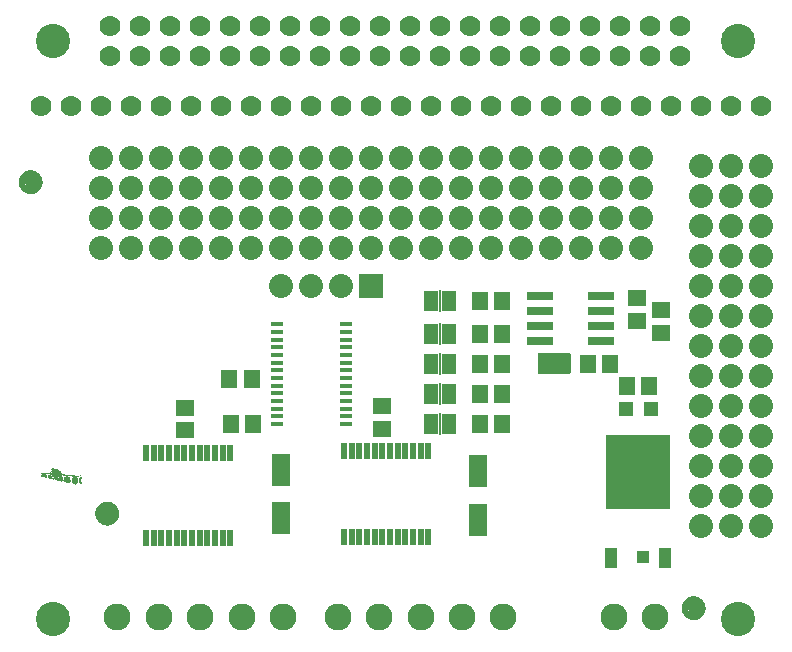
<source format=gbr>
G04 EAGLE Gerber RS-274X export*
G75*
%MOMM*%
%FSLAX34Y34*%
%LPD*%
%INSoldermask Top*%
%IPPOS*%
%AMOC8*
5,1,8,0,0,1.08239X$1,22.5*%
G01*
%ADD10C,2.901600*%
%ADD11C,1.778000*%
%ADD12R,2.301600X0.701600*%
%ADD13R,1.601600X1.401600*%
%ADD14R,1.401600X1.601600*%
%ADD15R,1.270000X1.701800*%
%ADD16R,0.736600X0.304800*%
%ADD17R,0.025400X0.025400*%
%ADD18R,0.228600X0.025400*%
%ADD19R,0.355600X0.025400*%
%ADD20R,0.050800X0.025400*%
%ADD21R,0.406400X0.025400*%
%ADD22R,0.127000X0.025400*%
%ADD23R,0.457200X0.025400*%
%ADD24R,0.152400X0.025400*%
%ADD25R,0.482600X0.025400*%
%ADD26R,0.279400X0.025400*%
%ADD27R,0.508000X0.025400*%
%ADD28R,0.177800X0.025400*%
%ADD29R,0.431800X0.025400*%
%ADD30R,0.533400X0.025400*%
%ADD31R,0.203200X0.025400*%
%ADD32R,0.584200X0.025400*%
%ADD33R,0.558800X0.025400*%
%ADD34R,0.304800X0.025400*%
%ADD35R,0.609600X0.025400*%
%ADD36R,0.381000X0.025400*%
%ADD37R,0.330200X0.025400*%
%ADD38R,0.101600X0.025400*%
%ADD39R,0.254000X0.025400*%
%ADD40R,0.076200X0.025400*%
%ADD41R,0.501600X1.351600*%
%ADD42C,2.286000*%
%ADD43R,0.152400X1.828800*%
%ADD44R,1.501600X2.701600*%
%ADD45R,1.301600X1.301600*%
%ADD46R,5.501600X6.301600*%
%ADD47R,1.101600X1.701600*%
%ADD48R,1.092200X0.406400*%
%ADD49R,2.032000X2.032000*%
%ADD50C,2.032000*%
%ADD51C,1.101600*%
%ADD52C,0.500000*%
%ADD53R,1.108000X1.108000*%

G36*
X472558Y229886D02*
X472558Y229886D01*
X472677Y229893D01*
X472715Y229906D01*
X472756Y229911D01*
X472866Y229954D01*
X472979Y229991D01*
X473014Y230013D01*
X473051Y230028D01*
X473147Y230098D01*
X473248Y230161D01*
X473276Y230191D01*
X473309Y230214D01*
X473385Y230306D01*
X473466Y230393D01*
X473486Y230428D01*
X473511Y230459D01*
X473562Y230567D01*
X473620Y230671D01*
X473630Y230711D01*
X473647Y230747D01*
X473669Y230864D01*
X473699Y230979D01*
X473703Y231040D01*
X473707Y231060D01*
X473705Y231080D01*
X473709Y231140D01*
X473709Y246380D01*
X473694Y246498D01*
X473687Y246617D01*
X473674Y246655D01*
X473669Y246696D01*
X473626Y246806D01*
X473589Y246919D01*
X473567Y246954D01*
X473552Y246991D01*
X473483Y247087D01*
X473419Y247188D01*
X473389Y247216D01*
X473366Y247249D01*
X473274Y247325D01*
X473187Y247406D01*
X473152Y247426D01*
X473121Y247451D01*
X473013Y247502D01*
X472909Y247560D01*
X472869Y247570D01*
X472833Y247587D01*
X472716Y247609D01*
X472601Y247639D01*
X472541Y247643D01*
X472521Y247647D01*
X472500Y247645D01*
X472440Y247649D01*
X447040Y247649D01*
X446922Y247634D01*
X446803Y247627D01*
X446765Y247614D01*
X446724Y247609D01*
X446614Y247566D01*
X446501Y247529D01*
X446466Y247507D01*
X446429Y247492D01*
X446333Y247423D01*
X446232Y247359D01*
X446204Y247329D01*
X446171Y247306D01*
X446096Y247214D01*
X446014Y247127D01*
X445994Y247092D01*
X445969Y247061D01*
X445918Y246953D01*
X445860Y246849D01*
X445850Y246809D01*
X445833Y246773D01*
X445811Y246656D01*
X445781Y246541D01*
X445777Y246481D01*
X445773Y246461D01*
X445774Y246454D01*
X445773Y246452D01*
X445774Y246436D01*
X445771Y246380D01*
X445771Y231140D01*
X445786Y231022D01*
X445793Y230903D01*
X445806Y230865D01*
X445811Y230824D01*
X445854Y230714D01*
X445891Y230601D01*
X445913Y230566D01*
X445928Y230529D01*
X445998Y230433D01*
X446061Y230332D01*
X446091Y230304D01*
X446114Y230271D01*
X446206Y230196D01*
X446293Y230114D01*
X446328Y230094D01*
X446359Y230069D01*
X446467Y230018D01*
X446571Y229960D01*
X446611Y229950D01*
X446647Y229933D01*
X446764Y229911D01*
X446879Y229881D01*
X446940Y229877D01*
X446960Y229873D01*
X446980Y229875D01*
X447040Y229871D01*
X472440Y229871D01*
X472558Y229886D01*
G37*
D10*
X35000Y22300D03*
X35000Y512300D03*
X615000Y512300D03*
X615000Y22300D03*
D11*
X83700Y499600D03*
X83700Y525000D03*
X109100Y499600D03*
X109100Y525000D03*
X134500Y499600D03*
X134500Y525000D03*
X159900Y499600D03*
X159900Y525000D03*
X185300Y499600D03*
X185300Y525000D03*
X210700Y499600D03*
X210700Y525000D03*
X236100Y499600D03*
X236100Y525000D03*
X261500Y499600D03*
X261500Y525000D03*
X286900Y499600D03*
X286900Y525000D03*
X312300Y499600D03*
X312300Y525000D03*
X337700Y499600D03*
X337700Y525000D03*
X363100Y499600D03*
X363100Y525000D03*
X388500Y499600D03*
X388500Y525000D03*
X413900Y499600D03*
X413900Y525000D03*
X439300Y499600D03*
X439300Y525000D03*
X464700Y499600D03*
X464700Y525000D03*
X490100Y499600D03*
X490100Y525000D03*
X515500Y499600D03*
X515500Y525000D03*
X540900Y499600D03*
X540900Y525000D03*
X566300Y499600D03*
X566300Y525000D03*
X25400Y457200D03*
X50800Y457200D03*
X76200Y457200D03*
X101600Y457200D03*
X127000Y457200D03*
X152400Y457200D03*
X177800Y457200D03*
X203200Y457200D03*
X228600Y457200D03*
X254000Y457200D03*
X279400Y457200D03*
X304800Y457200D03*
X330200Y457200D03*
X355600Y457200D03*
X381000Y457200D03*
X406400Y457200D03*
X431800Y457200D03*
X457200Y457200D03*
X482600Y457200D03*
X508000Y457200D03*
X533400Y457200D03*
X558800Y457200D03*
X584200Y457200D03*
X609600Y457200D03*
X635000Y457200D03*
D12*
X447710Y283210D03*
X499710Y283210D03*
X447710Y295910D03*
X447710Y270510D03*
X447710Y257810D03*
X499710Y295910D03*
X499710Y270510D03*
X499710Y257810D03*
D13*
X549910Y264820D03*
X549910Y283820D03*
X529590Y274980D03*
X529590Y293980D03*
D14*
X488340Y238760D03*
X507340Y238760D03*
D15*
X452120Y238760D03*
X467360Y238760D03*
D16*
X459740Y238760D03*
D17*
X55118Y136398D03*
D18*
X54610Y136652D03*
D19*
X53975Y136906D03*
D20*
X59055Y136906D03*
D21*
X53975Y137160D03*
D22*
X58928Y137160D03*
D23*
X53975Y137414D03*
D24*
X58801Y137414D03*
X48895Y137668D03*
D25*
X54102Y137668D03*
D24*
X58801Y137668D03*
D26*
X48514Y137922D03*
D27*
X53975Y137922D03*
D28*
X58674Y137922D03*
D29*
X48006Y138176D03*
D30*
X54102Y138176D03*
D28*
X58674Y138176D03*
D30*
X47498Y138430D03*
X54102Y138430D03*
D31*
X58547Y138430D03*
D32*
X47498Y138684D03*
D30*
X54102Y138684D03*
D31*
X58547Y138684D03*
D20*
X42799Y138938D03*
D32*
X47498Y138938D03*
D33*
X53975Y138938D03*
D31*
X58547Y138938D03*
D28*
X42418Y139192D03*
D32*
X47498Y139192D03*
D33*
X53975Y139192D03*
D31*
X58547Y139192D03*
D34*
X42037Y139446D03*
D32*
X47498Y139446D03*
D33*
X53975Y139446D03*
D31*
X58547Y139446D03*
D29*
X41402Y139700D03*
D35*
X47371Y139700D03*
D30*
X54102Y139700D03*
D31*
X58547Y139700D03*
D33*
X41021Y139954D03*
D32*
X47498Y139954D03*
D30*
X54102Y139954D03*
D31*
X58547Y139954D03*
D32*
X40894Y140208D03*
X47498Y140208D03*
D27*
X53975Y140208D03*
D31*
X58547Y140208D03*
D20*
X36449Y140462D03*
D35*
X40767Y140462D03*
D32*
X47498Y140462D03*
D25*
X54102Y140462D03*
D31*
X58547Y140462D03*
D28*
X36068Y140716D03*
D25*
X41402Y140716D03*
D32*
X47498Y140716D03*
D23*
X53975Y140716D03*
D31*
X58547Y140716D03*
D18*
X35306Y140970D03*
D21*
X41783Y140970D03*
D30*
X47498Y140970D03*
D29*
X54102Y140970D03*
D28*
X58674Y140970D03*
X38100Y141224D03*
D26*
X34544Y141224D03*
D19*
X42037Y141224D03*
D30*
X47498Y141224D03*
D36*
X54102Y141224D03*
D28*
X58674Y141224D03*
D34*
X38227Y141478D03*
D37*
X33782Y141478D03*
X42164Y141478D03*
D25*
X47498Y141478D03*
D37*
X54102Y141478D03*
D24*
X58801Y141478D03*
D21*
X37973Y141732D03*
D36*
X33274Y141732D03*
D37*
X42164Y141732D03*
D29*
X47498Y141732D03*
D26*
X54102Y141732D03*
D24*
X58801Y141732D03*
D21*
X38227Y141986D03*
D20*
X30353Y141986D03*
D36*
X33274Y141986D03*
D24*
X42799Y141986D03*
D36*
X47498Y141986D03*
D28*
X54102Y141986D03*
D22*
X58928Y141986D03*
D21*
X37973Y142240D03*
D24*
X29845Y142240D03*
D19*
X33147Y142240D03*
D22*
X42926Y142240D03*
D37*
X47498Y142240D03*
D20*
X59055Y142240D03*
D23*
X37719Y142494D03*
D38*
X41275Y142494D03*
D39*
X29337Y142494D03*
D37*
X33020Y142494D03*
D40*
X42926Y142494D03*
D18*
X47498Y142494D03*
D25*
X37592Y142748D03*
D24*
X41275Y142748D03*
D19*
X28575Y142748D03*
D34*
X32893Y142748D03*
D17*
X42926Y142748D03*
D40*
X47498Y142748D03*
D23*
X37465Y143002D03*
D28*
X41402Y143002D03*
D29*
X53848Y143002D03*
D20*
X57785Y143002D03*
D23*
X28067Y143002D03*
D26*
X33020Y143002D03*
D23*
X37465Y143256D03*
D18*
X41402Y143256D03*
D32*
X51562Y143256D03*
D23*
X28067Y143256D03*
D39*
X33147Y143256D03*
D23*
X37211Y143510D03*
D18*
X41402Y143510D03*
D27*
X49149Y143510D03*
D17*
X58928Y143510D03*
D29*
X27940Y143510D03*
D18*
X33020Y143510D03*
D25*
X37084Y143764D03*
D39*
X41275Y143764D03*
D25*
X46990Y143764D03*
D21*
X28067Y143764D03*
D31*
X33147Y143764D03*
D25*
X36830Y144018D03*
D34*
X41275Y144018D03*
D21*
X45339Y144018D03*
D19*
X28067Y144018D03*
D24*
X33147Y144018D03*
D29*
X37084Y144272D03*
D34*
X41275Y144272D03*
D18*
X44450Y144272D03*
D34*
X28067Y144272D03*
D38*
X33401Y144272D03*
D29*
X36830Y144526D03*
D37*
X41148Y144526D03*
D20*
X43561Y144526D03*
D39*
X28067Y144526D03*
D20*
X33655Y144526D03*
D23*
X36703Y144780D03*
D19*
X41021Y144780D03*
D24*
X28067Y144780D03*
D23*
X36449Y145034D03*
D19*
X41021Y145034D03*
D17*
X26416Y145288D03*
X26924Y145288D03*
D31*
X32385Y145288D03*
D29*
X36322Y145288D03*
D36*
X40894Y145288D03*
D35*
X30353Y145542D03*
D36*
X36322Y145542D03*
X40640Y145542D03*
X36322Y145796D03*
D21*
X40513Y145796D03*
D36*
X36068Y146050D03*
D21*
X40513Y146050D03*
D19*
X35941Y146304D03*
D36*
X40132Y146304D03*
D17*
X42418Y146304D03*
X34036Y146558D03*
D37*
X36068Y146558D03*
D36*
X39878Y146558D03*
D34*
X35941Y146812D03*
D21*
X39751Y146812D03*
D34*
X35687Y147066D03*
D29*
X39624Y147066D03*
D26*
X35560Y147320D03*
D36*
X39116Y147320D03*
D17*
X41656Y147320D03*
D31*
X35687Y147574D03*
D21*
X38989Y147574D03*
D33*
X37465Y147828D03*
D17*
X40894Y147828D03*
D32*
X37338Y148082D03*
D27*
X36957Y148336D03*
D17*
X39878Y148336D03*
X34544Y148590D03*
D29*
X37084Y148590D03*
D17*
X39624Y148590D03*
D37*
X36576Y148844D03*
D20*
X38735Y148844D03*
D18*
X36068Y149098D03*
D20*
X37719Y149098D03*
D38*
X35433Y149352D03*
D40*
X36576Y149352D03*
D17*
X35306Y149606D03*
D20*
X36195Y149606D03*
D41*
X114110Y90750D03*
X120610Y90750D03*
X127110Y90750D03*
X133610Y90750D03*
X140110Y90750D03*
X146610Y90750D03*
X153110Y90750D03*
X159610Y90750D03*
X166110Y90750D03*
X172610Y90750D03*
X179110Y90750D03*
X185610Y90750D03*
X172610Y163250D03*
X166110Y163250D03*
X159610Y163250D03*
X153110Y163250D03*
X146610Y163250D03*
X140110Y163250D03*
X133610Y163250D03*
X127110Y163250D03*
X120610Y163250D03*
X114110Y163250D03*
X179110Y163250D03*
X185610Y163250D03*
X281750Y92020D03*
X288250Y92020D03*
X294750Y92020D03*
X301250Y92020D03*
X307750Y92020D03*
X314250Y92020D03*
X320750Y92020D03*
X327250Y92020D03*
X333750Y92020D03*
X340250Y92020D03*
X346750Y92020D03*
X353250Y92020D03*
X340250Y164520D03*
X333750Y164520D03*
X327250Y164520D03*
X320750Y164520D03*
X314250Y164520D03*
X307750Y164520D03*
X301250Y164520D03*
X294750Y164520D03*
X288250Y164520D03*
X281750Y164520D03*
X346750Y164520D03*
X353250Y164520D03*
D42*
X160020Y24130D03*
X125020Y24130D03*
X195020Y24130D03*
X230020Y24130D03*
X90020Y24130D03*
D14*
X415900Y187960D03*
X396900Y187960D03*
X415900Y213360D03*
X396900Y213360D03*
X415900Y238760D03*
X396900Y238760D03*
D42*
X545050Y24130D03*
X510050Y24130D03*
D15*
X355600Y187960D03*
X370840Y187960D03*
D43*
X363220Y187960D03*
D15*
X355600Y213360D03*
X370840Y213360D03*
D43*
X363220Y213360D03*
D15*
X355600Y238760D03*
X370840Y238760D03*
D43*
X363220Y238760D03*
D14*
X205080Y187960D03*
X186080Y187960D03*
X184810Y226060D03*
X203810Y226060D03*
D44*
X394970Y106500D03*
X394970Y147500D03*
X228600Y107770D03*
X228600Y148770D03*
D45*
X541360Y200660D03*
X520360Y200660D03*
D14*
X521360Y219710D03*
X540360Y219710D03*
D46*
X530860Y146920D03*
D47*
X508060Y73920D03*
X553660Y73920D03*
D48*
X283178Y187620D03*
X283178Y194120D03*
X283178Y200620D03*
X283178Y207120D03*
X283178Y213620D03*
X283178Y220120D03*
X283178Y226620D03*
X283178Y233120D03*
X224822Y233120D03*
X224822Y226620D03*
X224822Y220120D03*
X224822Y213620D03*
X224822Y207120D03*
X224822Y200620D03*
X224822Y194120D03*
X224822Y187620D03*
X283178Y239620D03*
X283178Y246120D03*
X224822Y239620D03*
X224822Y246120D03*
X283178Y252620D03*
X283178Y259120D03*
X283178Y265620D03*
X283178Y272120D03*
X224822Y272120D03*
X224822Y265620D03*
X224822Y259120D03*
X224822Y252620D03*
D15*
X370840Y264160D03*
X355600Y264160D03*
D43*
X363220Y264160D03*
D15*
X370840Y292100D03*
X355600Y292100D03*
D43*
X363220Y292100D03*
D14*
X415900Y264160D03*
X396900Y264160D03*
X415900Y292100D03*
X396900Y292100D03*
D49*
X304800Y304800D03*
D50*
X279400Y304800D03*
X254000Y304800D03*
X228600Y304800D03*
D13*
X313690Y183540D03*
X313690Y202540D03*
X147320Y182270D03*
X147320Y201270D03*
D42*
X346710Y24130D03*
X311710Y24130D03*
X381710Y24130D03*
X416710Y24130D03*
X276710Y24130D03*
D51*
X16510Y392430D03*
D52*
X16510Y399930D02*
X16329Y399928D01*
X16148Y399921D01*
X15967Y399910D01*
X15786Y399895D01*
X15606Y399875D01*
X15426Y399851D01*
X15247Y399823D01*
X15069Y399790D01*
X14892Y399753D01*
X14715Y399712D01*
X14540Y399667D01*
X14365Y399617D01*
X14192Y399563D01*
X14021Y399505D01*
X13850Y399443D01*
X13682Y399376D01*
X13515Y399306D01*
X13349Y399232D01*
X13186Y399153D01*
X13025Y399071D01*
X12865Y398985D01*
X12708Y398895D01*
X12553Y398801D01*
X12400Y398704D01*
X12250Y398602D01*
X12102Y398498D01*
X11956Y398389D01*
X11814Y398278D01*
X11674Y398162D01*
X11537Y398044D01*
X11402Y397922D01*
X11271Y397797D01*
X11143Y397669D01*
X11018Y397538D01*
X10896Y397403D01*
X10778Y397266D01*
X10662Y397126D01*
X10551Y396984D01*
X10442Y396838D01*
X10338Y396690D01*
X10236Y396540D01*
X10139Y396387D01*
X10045Y396232D01*
X9955Y396075D01*
X9869Y395915D01*
X9787Y395754D01*
X9708Y395591D01*
X9634Y395425D01*
X9564Y395258D01*
X9497Y395090D01*
X9435Y394919D01*
X9377Y394748D01*
X9323Y394575D01*
X9273Y394400D01*
X9228Y394225D01*
X9187Y394048D01*
X9150Y393871D01*
X9117Y393693D01*
X9089Y393514D01*
X9065Y393334D01*
X9045Y393154D01*
X9030Y392973D01*
X9019Y392792D01*
X9012Y392611D01*
X9010Y392430D01*
X16510Y399930D02*
X16691Y399928D01*
X16872Y399921D01*
X17053Y399910D01*
X17234Y399895D01*
X17414Y399875D01*
X17594Y399851D01*
X17773Y399823D01*
X17951Y399790D01*
X18128Y399753D01*
X18305Y399712D01*
X18480Y399667D01*
X18655Y399617D01*
X18828Y399563D01*
X18999Y399505D01*
X19170Y399443D01*
X19338Y399376D01*
X19505Y399306D01*
X19671Y399232D01*
X19834Y399153D01*
X19995Y399071D01*
X20155Y398985D01*
X20312Y398895D01*
X20467Y398801D01*
X20620Y398704D01*
X20770Y398602D01*
X20918Y398498D01*
X21064Y398389D01*
X21206Y398278D01*
X21346Y398162D01*
X21483Y398044D01*
X21618Y397922D01*
X21749Y397797D01*
X21877Y397669D01*
X22002Y397538D01*
X22124Y397403D01*
X22242Y397266D01*
X22358Y397126D01*
X22469Y396984D01*
X22578Y396838D01*
X22682Y396690D01*
X22784Y396540D01*
X22881Y396387D01*
X22975Y396232D01*
X23065Y396075D01*
X23151Y395915D01*
X23233Y395754D01*
X23312Y395591D01*
X23386Y395425D01*
X23456Y395258D01*
X23523Y395090D01*
X23585Y394919D01*
X23643Y394748D01*
X23697Y394575D01*
X23747Y394400D01*
X23792Y394225D01*
X23833Y394048D01*
X23870Y393871D01*
X23903Y393693D01*
X23931Y393514D01*
X23955Y393334D01*
X23975Y393154D01*
X23990Y392973D01*
X24001Y392792D01*
X24008Y392611D01*
X24010Y392430D01*
X24008Y392249D01*
X24001Y392068D01*
X23990Y391887D01*
X23975Y391706D01*
X23955Y391526D01*
X23931Y391346D01*
X23903Y391167D01*
X23870Y390989D01*
X23833Y390812D01*
X23792Y390635D01*
X23747Y390460D01*
X23697Y390285D01*
X23643Y390112D01*
X23585Y389941D01*
X23523Y389770D01*
X23456Y389602D01*
X23386Y389435D01*
X23312Y389269D01*
X23233Y389106D01*
X23151Y388945D01*
X23065Y388785D01*
X22975Y388628D01*
X22881Y388473D01*
X22784Y388320D01*
X22682Y388170D01*
X22578Y388022D01*
X22469Y387876D01*
X22358Y387734D01*
X22242Y387594D01*
X22124Y387457D01*
X22002Y387322D01*
X21877Y387191D01*
X21749Y387063D01*
X21618Y386938D01*
X21483Y386816D01*
X21346Y386698D01*
X21206Y386582D01*
X21064Y386471D01*
X20918Y386362D01*
X20770Y386258D01*
X20620Y386156D01*
X20467Y386059D01*
X20312Y385965D01*
X20155Y385875D01*
X19995Y385789D01*
X19834Y385707D01*
X19671Y385628D01*
X19505Y385554D01*
X19338Y385484D01*
X19170Y385417D01*
X18999Y385355D01*
X18828Y385297D01*
X18655Y385243D01*
X18480Y385193D01*
X18305Y385148D01*
X18128Y385107D01*
X17951Y385070D01*
X17773Y385037D01*
X17594Y385009D01*
X17414Y384985D01*
X17234Y384965D01*
X17053Y384950D01*
X16872Y384939D01*
X16691Y384932D01*
X16510Y384930D01*
X16329Y384932D01*
X16148Y384939D01*
X15967Y384950D01*
X15786Y384965D01*
X15606Y384985D01*
X15426Y385009D01*
X15247Y385037D01*
X15069Y385070D01*
X14892Y385107D01*
X14715Y385148D01*
X14540Y385193D01*
X14365Y385243D01*
X14192Y385297D01*
X14021Y385355D01*
X13850Y385417D01*
X13682Y385484D01*
X13515Y385554D01*
X13349Y385628D01*
X13186Y385707D01*
X13025Y385789D01*
X12865Y385875D01*
X12708Y385965D01*
X12553Y386059D01*
X12400Y386156D01*
X12250Y386258D01*
X12102Y386362D01*
X11956Y386471D01*
X11814Y386582D01*
X11674Y386698D01*
X11537Y386816D01*
X11402Y386938D01*
X11271Y387063D01*
X11143Y387191D01*
X11018Y387322D01*
X10896Y387457D01*
X10778Y387594D01*
X10662Y387734D01*
X10551Y387876D01*
X10442Y388022D01*
X10338Y388170D01*
X10236Y388320D01*
X10139Y388473D01*
X10045Y388628D01*
X9955Y388785D01*
X9869Y388945D01*
X9787Y389106D01*
X9708Y389269D01*
X9634Y389435D01*
X9564Y389602D01*
X9497Y389770D01*
X9435Y389941D01*
X9377Y390112D01*
X9323Y390285D01*
X9273Y390460D01*
X9228Y390635D01*
X9187Y390812D01*
X9150Y390989D01*
X9117Y391167D01*
X9089Y391346D01*
X9065Y391526D01*
X9045Y391706D01*
X9030Y391887D01*
X9019Y392068D01*
X9012Y392249D01*
X9010Y392430D01*
D51*
X577850Y31750D03*
D52*
X577850Y39250D02*
X577669Y39248D01*
X577488Y39241D01*
X577307Y39230D01*
X577126Y39215D01*
X576946Y39195D01*
X576766Y39171D01*
X576587Y39143D01*
X576409Y39110D01*
X576232Y39073D01*
X576055Y39032D01*
X575880Y38987D01*
X575705Y38937D01*
X575532Y38883D01*
X575361Y38825D01*
X575190Y38763D01*
X575022Y38696D01*
X574855Y38626D01*
X574689Y38552D01*
X574526Y38473D01*
X574365Y38391D01*
X574205Y38305D01*
X574048Y38215D01*
X573893Y38121D01*
X573740Y38024D01*
X573590Y37922D01*
X573442Y37818D01*
X573296Y37709D01*
X573154Y37598D01*
X573014Y37482D01*
X572877Y37364D01*
X572742Y37242D01*
X572611Y37117D01*
X572483Y36989D01*
X572358Y36858D01*
X572236Y36723D01*
X572118Y36586D01*
X572002Y36446D01*
X571891Y36304D01*
X571782Y36158D01*
X571678Y36010D01*
X571576Y35860D01*
X571479Y35707D01*
X571385Y35552D01*
X571295Y35395D01*
X571209Y35235D01*
X571127Y35074D01*
X571048Y34911D01*
X570974Y34745D01*
X570904Y34578D01*
X570837Y34410D01*
X570775Y34239D01*
X570717Y34068D01*
X570663Y33895D01*
X570613Y33720D01*
X570568Y33545D01*
X570527Y33368D01*
X570490Y33191D01*
X570457Y33013D01*
X570429Y32834D01*
X570405Y32654D01*
X570385Y32474D01*
X570370Y32293D01*
X570359Y32112D01*
X570352Y31931D01*
X570350Y31750D01*
X577850Y39250D02*
X578031Y39248D01*
X578212Y39241D01*
X578393Y39230D01*
X578574Y39215D01*
X578754Y39195D01*
X578934Y39171D01*
X579113Y39143D01*
X579291Y39110D01*
X579468Y39073D01*
X579645Y39032D01*
X579820Y38987D01*
X579995Y38937D01*
X580168Y38883D01*
X580339Y38825D01*
X580510Y38763D01*
X580678Y38696D01*
X580845Y38626D01*
X581011Y38552D01*
X581174Y38473D01*
X581335Y38391D01*
X581495Y38305D01*
X581652Y38215D01*
X581807Y38121D01*
X581960Y38024D01*
X582110Y37922D01*
X582258Y37818D01*
X582404Y37709D01*
X582546Y37598D01*
X582686Y37482D01*
X582823Y37364D01*
X582958Y37242D01*
X583089Y37117D01*
X583217Y36989D01*
X583342Y36858D01*
X583464Y36723D01*
X583582Y36586D01*
X583698Y36446D01*
X583809Y36304D01*
X583918Y36158D01*
X584022Y36010D01*
X584124Y35860D01*
X584221Y35707D01*
X584315Y35552D01*
X584405Y35395D01*
X584491Y35235D01*
X584573Y35074D01*
X584652Y34911D01*
X584726Y34745D01*
X584796Y34578D01*
X584863Y34410D01*
X584925Y34239D01*
X584983Y34068D01*
X585037Y33895D01*
X585087Y33720D01*
X585132Y33545D01*
X585173Y33368D01*
X585210Y33191D01*
X585243Y33013D01*
X585271Y32834D01*
X585295Y32654D01*
X585315Y32474D01*
X585330Y32293D01*
X585341Y32112D01*
X585348Y31931D01*
X585350Y31750D01*
X585348Y31569D01*
X585341Y31388D01*
X585330Y31207D01*
X585315Y31026D01*
X585295Y30846D01*
X585271Y30666D01*
X585243Y30487D01*
X585210Y30309D01*
X585173Y30132D01*
X585132Y29955D01*
X585087Y29780D01*
X585037Y29605D01*
X584983Y29432D01*
X584925Y29261D01*
X584863Y29090D01*
X584796Y28922D01*
X584726Y28755D01*
X584652Y28589D01*
X584573Y28426D01*
X584491Y28265D01*
X584405Y28105D01*
X584315Y27948D01*
X584221Y27793D01*
X584124Y27640D01*
X584022Y27490D01*
X583918Y27342D01*
X583809Y27196D01*
X583698Y27054D01*
X583582Y26914D01*
X583464Y26777D01*
X583342Y26642D01*
X583217Y26511D01*
X583089Y26383D01*
X582958Y26258D01*
X582823Y26136D01*
X582686Y26018D01*
X582546Y25902D01*
X582404Y25791D01*
X582258Y25682D01*
X582110Y25578D01*
X581960Y25476D01*
X581807Y25379D01*
X581652Y25285D01*
X581495Y25195D01*
X581335Y25109D01*
X581174Y25027D01*
X581011Y24948D01*
X580845Y24874D01*
X580678Y24804D01*
X580510Y24737D01*
X580339Y24675D01*
X580168Y24617D01*
X579995Y24563D01*
X579820Y24513D01*
X579645Y24468D01*
X579468Y24427D01*
X579291Y24390D01*
X579113Y24357D01*
X578934Y24329D01*
X578754Y24305D01*
X578574Y24285D01*
X578393Y24270D01*
X578212Y24259D01*
X578031Y24252D01*
X577850Y24250D01*
X577669Y24252D01*
X577488Y24259D01*
X577307Y24270D01*
X577126Y24285D01*
X576946Y24305D01*
X576766Y24329D01*
X576587Y24357D01*
X576409Y24390D01*
X576232Y24427D01*
X576055Y24468D01*
X575880Y24513D01*
X575705Y24563D01*
X575532Y24617D01*
X575361Y24675D01*
X575190Y24737D01*
X575022Y24804D01*
X574855Y24874D01*
X574689Y24948D01*
X574526Y25027D01*
X574365Y25109D01*
X574205Y25195D01*
X574048Y25285D01*
X573893Y25379D01*
X573740Y25476D01*
X573590Y25578D01*
X573442Y25682D01*
X573296Y25791D01*
X573154Y25902D01*
X573014Y26018D01*
X572877Y26136D01*
X572742Y26258D01*
X572611Y26383D01*
X572483Y26511D01*
X572358Y26642D01*
X572236Y26777D01*
X572118Y26914D01*
X572002Y27054D01*
X571891Y27196D01*
X571782Y27342D01*
X571678Y27490D01*
X571576Y27640D01*
X571479Y27793D01*
X571385Y27948D01*
X571295Y28105D01*
X571209Y28265D01*
X571127Y28426D01*
X571048Y28589D01*
X570974Y28755D01*
X570904Y28922D01*
X570837Y29090D01*
X570775Y29261D01*
X570717Y29432D01*
X570663Y29605D01*
X570613Y29780D01*
X570568Y29955D01*
X570527Y30132D01*
X570490Y30309D01*
X570457Y30487D01*
X570429Y30666D01*
X570405Y30846D01*
X570385Y31026D01*
X570370Y31207D01*
X570359Y31388D01*
X570352Y31569D01*
X570350Y31750D01*
D51*
X81280Y111760D03*
D52*
X81280Y119260D02*
X81099Y119258D01*
X80918Y119251D01*
X80737Y119240D01*
X80556Y119225D01*
X80376Y119205D01*
X80196Y119181D01*
X80017Y119153D01*
X79839Y119120D01*
X79662Y119083D01*
X79485Y119042D01*
X79310Y118997D01*
X79135Y118947D01*
X78962Y118893D01*
X78791Y118835D01*
X78620Y118773D01*
X78452Y118706D01*
X78285Y118636D01*
X78119Y118562D01*
X77956Y118483D01*
X77795Y118401D01*
X77635Y118315D01*
X77478Y118225D01*
X77323Y118131D01*
X77170Y118034D01*
X77020Y117932D01*
X76872Y117828D01*
X76726Y117719D01*
X76584Y117608D01*
X76444Y117492D01*
X76307Y117374D01*
X76172Y117252D01*
X76041Y117127D01*
X75913Y116999D01*
X75788Y116868D01*
X75666Y116733D01*
X75548Y116596D01*
X75432Y116456D01*
X75321Y116314D01*
X75212Y116168D01*
X75108Y116020D01*
X75006Y115870D01*
X74909Y115717D01*
X74815Y115562D01*
X74725Y115405D01*
X74639Y115245D01*
X74557Y115084D01*
X74478Y114921D01*
X74404Y114755D01*
X74334Y114588D01*
X74267Y114420D01*
X74205Y114249D01*
X74147Y114078D01*
X74093Y113905D01*
X74043Y113730D01*
X73998Y113555D01*
X73957Y113378D01*
X73920Y113201D01*
X73887Y113023D01*
X73859Y112844D01*
X73835Y112664D01*
X73815Y112484D01*
X73800Y112303D01*
X73789Y112122D01*
X73782Y111941D01*
X73780Y111760D01*
X81280Y119260D02*
X81461Y119258D01*
X81642Y119251D01*
X81823Y119240D01*
X82004Y119225D01*
X82184Y119205D01*
X82364Y119181D01*
X82543Y119153D01*
X82721Y119120D01*
X82898Y119083D01*
X83075Y119042D01*
X83250Y118997D01*
X83425Y118947D01*
X83598Y118893D01*
X83769Y118835D01*
X83940Y118773D01*
X84108Y118706D01*
X84275Y118636D01*
X84441Y118562D01*
X84604Y118483D01*
X84765Y118401D01*
X84925Y118315D01*
X85082Y118225D01*
X85237Y118131D01*
X85390Y118034D01*
X85540Y117932D01*
X85688Y117828D01*
X85834Y117719D01*
X85976Y117608D01*
X86116Y117492D01*
X86253Y117374D01*
X86388Y117252D01*
X86519Y117127D01*
X86647Y116999D01*
X86772Y116868D01*
X86894Y116733D01*
X87012Y116596D01*
X87128Y116456D01*
X87239Y116314D01*
X87348Y116168D01*
X87452Y116020D01*
X87554Y115870D01*
X87651Y115717D01*
X87745Y115562D01*
X87835Y115405D01*
X87921Y115245D01*
X88003Y115084D01*
X88082Y114921D01*
X88156Y114755D01*
X88226Y114588D01*
X88293Y114420D01*
X88355Y114249D01*
X88413Y114078D01*
X88467Y113905D01*
X88517Y113730D01*
X88562Y113555D01*
X88603Y113378D01*
X88640Y113201D01*
X88673Y113023D01*
X88701Y112844D01*
X88725Y112664D01*
X88745Y112484D01*
X88760Y112303D01*
X88771Y112122D01*
X88778Y111941D01*
X88780Y111760D01*
X88778Y111579D01*
X88771Y111398D01*
X88760Y111217D01*
X88745Y111036D01*
X88725Y110856D01*
X88701Y110676D01*
X88673Y110497D01*
X88640Y110319D01*
X88603Y110142D01*
X88562Y109965D01*
X88517Y109790D01*
X88467Y109615D01*
X88413Y109442D01*
X88355Y109271D01*
X88293Y109100D01*
X88226Y108932D01*
X88156Y108765D01*
X88082Y108599D01*
X88003Y108436D01*
X87921Y108275D01*
X87835Y108115D01*
X87745Y107958D01*
X87651Y107803D01*
X87554Y107650D01*
X87452Y107500D01*
X87348Y107352D01*
X87239Y107206D01*
X87128Y107064D01*
X87012Y106924D01*
X86894Y106787D01*
X86772Y106652D01*
X86647Y106521D01*
X86519Y106393D01*
X86388Y106268D01*
X86253Y106146D01*
X86116Y106028D01*
X85976Y105912D01*
X85834Y105801D01*
X85688Y105692D01*
X85540Y105588D01*
X85390Y105486D01*
X85237Y105389D01*
X85082Y105295D01*
X84925Y105205D01*
X84765Y105119D01*
X84604Y105037D01*
X84441Y104958D01*
X84275Y104884D01*
X84108Y104814D01*
X83940Y104747D01*
X83769Y104685D01*
X83598Y104627D01*
X83425Y104573D01*
X83250Y104523D01*
X83075Y104478D01*
X82898Y104437D01*
X82721Y104400D01*
X82543Y104367D01*
X82364Y104339D01*
X82184Y104315D01*
X82004Y104295D01*
X81823Y104280D01*
X81642Y104269D01*
X81461Y104262D01*
X81280Y104260D01*
X81099Y104262D01*
X80918Y104269D01*
X80737Y104280D01*
X80556Y104295D01*
X80376Y104315D01*
X80196Y104339D01*
X80017Y104367D01*
X79839Y104400D01*
X79662Y104437D01*
X79485Y104478D01*
X79310Y104523D01*
X79135Y104573D01*
X78962Y104627D01*
X78791Y104685D01*
X78620Y104747D01*
X78452Y104814D01*
X78285Y104884D01*
X78119Y104958D01*
X77956Y105037D01*
X77795Y105119D01*
X77635Y105205D01*
X77478Y105295D01*
X77323Y105389D01*
X77170Y105486D01*
X77020Y105588D01*
X76872Y105692D01*
X76726Y105801D01*
X76584Y105912D01*
X76444Y106028D01*
X76307Y106146D01*
X76172Y106268D01*
X76041Y106393D01*
X75913Y106521D01*
X75788Y106652D01*
X75666Y106787D01*
X75548Y106924D01*
X75432Y107064D01*
X75321Y107206D01*
X75212Y107352D01*
X75108Y107500D01*
X75006Y107650D01*
X74909Y107803D01*
X74815Y107958D01*
X74725Y108115D01*
X74639Y108275D01*
X74557Y108436D01*
X74478Y108599D01*
X74404Y108765D01*
X74334Y108932D01*
X74267Y109100D01*
X74205Y109271D01*
X74147Y109442D01*
X74093Y109615D01*
X74043Y109790D01*
X73998Y109965D01*
X73957Y110142D01*
X73920Y110319D01*
X73887Y110497D01*
X73859Y110676D01*
X73835Y110856D01*
X73815Y111036D01*
X73800Y111217D01*
X73789Y111398D01*
X73782Y111579D01*
X73780Y111760D01*
D50*
X584200Y406400D03*
X584200Y381000D03*
X584200Y355600D03*
X584200Y330200D03*
X584200Y279400D03*
X584200Y304800D03*
X584200Y254000D03*
X584200Y228600D03*
X584200Y203200D03*
X584200Y177800D03*
X584200Y152400D03*
X584200Y127000D03*
X584200Y101600D03*
X609600Y101600D03*
X609600Y127000D03*
X609600Y152400D03*
X609600Y177800D03*
X609600Y203200D03*
X609600Y228600D03*
X609600Y254000D03*
X609600Y279400D03*
X609600Y304800D03*
X609600Y330200D03*
X609600Y355600D03*
X609600Y381000D03*
X609600Y406400D03*
X635000Y101600D03*
X635000Y127000D03*
X635000Y152400D03*
X635000Y177800D03*
X635000Y203200D03*
X635000Y228600D03*
X635000Y254000D03*
X635000Y279400D03*
X635000Y304800D03*
X635000Y330200D03*
X635000Y355600D03*
X635000Y381000D03*
X635000Y406400D03*
D53*
X534670Y74930D03*
D50*
X533400Y412750D03*
X533400Y387350D03*
X533400Y361950D03*
X533400Y336550D03*
X508000Y412750D03*
X508000Y387350D03*
X508000Y361950D03*
X508000Y336550D03*
X482600Y336550D03*
X482600Y361950D03*
X482600Y387350D03*
X482600Y412750D03*
X457200Y412750D03*
X457200Y387350D03*
X457200Y361950D03*
X457200Y336550D03*
X431800Y336550D03*
X431800Y361950D03*
X431800Y387350D03*
X431800Y412750D03*
X406400Y412750D03*
X406400Y387350D03*
X406400Y361950D03*
X406400Y336550D03*
X381000Y336550D03*
X381000Y361950D03*
X381000Y387350D03*
X381000Y412750D03*
X355600Y412750D03*
X355600Y387350D03*
X355600Y361950D03*
X355600Y336550D03*
X330200Y336550D03*
X330200Y361950D03*
X330200Y387350D03*
X330200Y412750D03*
X304800Y412750D03*
X304800Y387350D03*
X304800Y361950D03*
X304800Y336550D03*
X279400Y336550D03*
X279400Y361950D03*
X279400Y387350D03*
X279400Y412750D03*
X254000Y412750D03*
X254000Y387350D03*
X254000Y361950D03*
X254000Y336550D03*
X228600Y336550D03*
X228600Y361950D03*
X228600Y387350D03*
X228600Y412750D03*
X203200Y412750D03*
X203200Y387350D03*
X203200Y361950D03*
X203200Y336550D03*
X177800Y336550D03*
X177800Y361950D03*
X177800Y387350D03*
X177800Y412750D03*
X152400Y412750D03*
X152400Y387350D03*
X152400Y361950D03*
X152400Y336550D03*
X127000Y336550D03*
X127000Y361950D03*
X127000Y387350D03*
X127000Y412750D03*
X101600Y412750D03*
X101600Y387350D03*
X101600Y361950D03*
X101600Y336550D03*
X76200Y336550D03*
X76200Y361950D03*
X76200Y387350D03*
X76200Y412750D03*
M02*

</source>
